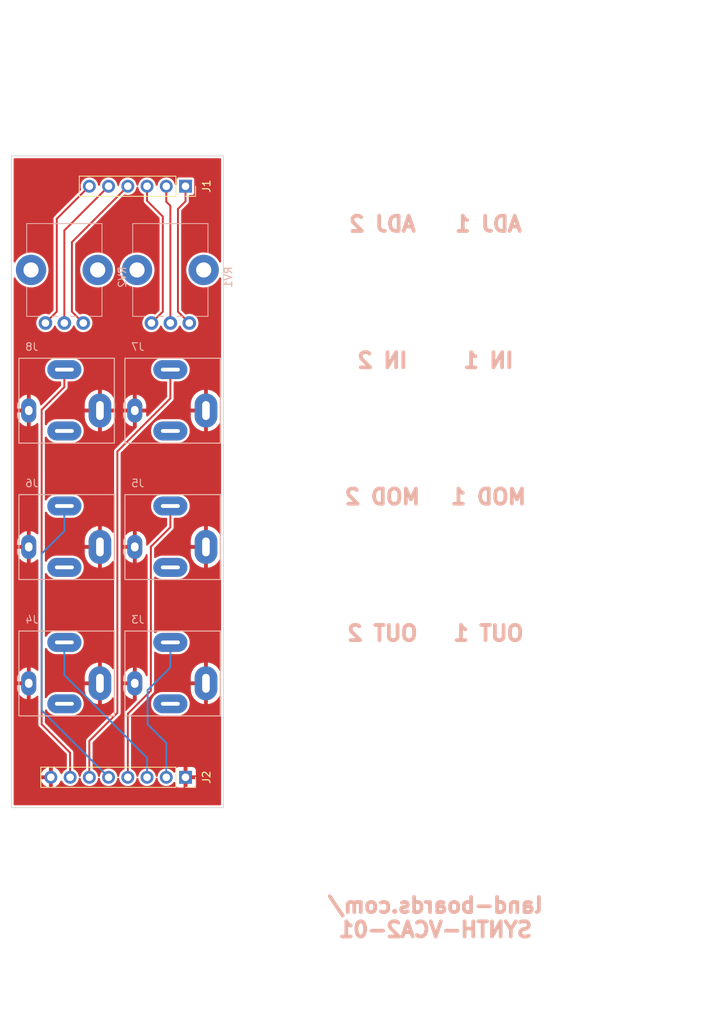
<source format=kicad_pcb>
(kicad_pcb (version 20211014) (generator pcbnew)
  (title_block (date "2022-10-17") (rev "1"))
  (layers (0 "F.Cu" signal) (31 "B.Cu" signal) (34 "B.Paste" user) (35 "F.Paste" user) (36 "B.SilkS" user "B.Silkscreen") (37 "F.SilkS" user "F.Silkscreen") (38 "B.Mask" user) (39 "F.Mask" user) (44 "Edge.Cuts" user))
  (net 0 "")
  (net 1 "/POT1_CW")
  (net 2 "/POT1_W")
  (net 3 "/POT1_CCW")
  (net 4 "/POT2_CW")
  (net 5 "/POT2_W")
  (net 6 "/POT2_CCW")
  (net 7 "GND")
  (net 8 "/OUT1")
  (net 9 "/OUT2")
  (net 10 "/MOD1")
  (net 11 "/MOD2")
  (net 12 "/IN1")
  (net 13 "/IN2")
  (footprint "" (layer "F.Cu") (at 99 139)
    (fp_text reference "" (at 0 0) (layer "F.SilkS") (effects (font (size 1.27 1.27))))
    (fp_text value "" (at 0 0) (layer "F.SilkS") (effects (font (size 1.27 1.27))))
    (pad "" np_thru_hole oval (at 0 0) (size 12 3.2) (drill oval 12 3.2) (layers F&B.Cu *.Mask))
    (pad "" np_thru_hole oval (at 0 0) (size 12 3.2) (drill oval 12 3.2) (layers F&B.Cu *.Mask))
    (pad "" np_thru_hole oval (at 0 0) (size 12 3.2) (drill oval 12 3.2) (layers F&B.Cu *.Mask))
  )
  (footprint "Connector_PinSocket_2.54mm:PinSocket_1x08_P2.54mm_Vertical" (layer "F.Cu") (at 59 109.5 -90)
    (fp_text reference "J2" (at 0 -2.77 90) (layer "F.SilkS"))
    (fp_text value "Conn_01x08")
    (fp_line (start 1.33 -1.33) (end 1.33 0) (layer "F.SilkS") (width 0.12))
    (fp_line (start -1.33 19.11) (end 1.33 19.11) (layer "F.SilkS") (width 0.12))
    (fp_line (start -1.33 1.27) (end -1.33 19.11) (layer "F.SilkS") (width 0.12))
    (fp_line (start 0 -1.33) (end 1.33 -1.33) (layer "F.SilkS") (width 0.12))
    (fp_line (start -1.33 1.27) (end 1.33 1.27) (layer "F.SilkS") (width 0.12))
    (fp_line (start 1.33 1.27) (end 1.33 19.11) (layer "F.SilkS") (width 0.12))
    (pad "1" thru_hole rect (at 0 0 270) (size 1.7 1.7) (drill 1) (layers *.Cu *.Mask) (net 7 "GND"))
    (pad "2" thru_hole oval (at 0 2.54 270) (size 1.7 1.7) (drill 1) (layers *.Cu *.Mask) (net 8 "/OUT1"))
    (pad "3" thru_hole oval (at 0 5.08 270) (size 1.7 1.7) (drill 1) (layers *.Cu *.Mask) (net 9 "/OUT2"))
    (pad "4" thru_hole oval (at 0 7.62 270) (size 1.7 1.7) (drill 1) (layers *.Cu *.Mask) (net 10 "/MOD1"))
    (pad "5" thru_hole oval (at 0 10.16 270) (size 1.7 1.7) (drill 1) (layers *.Cu *.Mask) (net 11 "/MOD2"))
    (pad "6" thru_hole oval (at 0 12.7 270) (size 1.7 1.7) (drill 1) (layers *.Cu *.Mask) (net 12 "/IN1"))
    (pad "7" thru_hole oval (at 0 15.24 270) (size 1.7 1.7) (drill 1) (layers *.Cu *.Mask) (net 13 "/IN2"))
    (pad "8" thru_hole oval (at 0 17.78 270) (size 1.7 1.7) (drill 1) (layers *.Cu *.Mask) (net 7 "GND"))
  )
  (footprint "" (layer "F.Cu") (at 99 16.5)
    (fp_text reference "" (at 0 0) (layer "F.SilkS") (effects (font (size 1.27 1.27))))
    (fp_text value "" (at 0 0) (layer "F.SilkS") (effects (font (size 1.27 1.27))))
    (pad "" np_thru_hole oval (at 0 0) (size 12 3.2) (drill oval 12 3.2) (layers F&B.Cu *.Mask))
    (pad "" np_thru_hole oval (at 0 0) (size 12 3.2) (drill oval 12 3.2) (layers F&B.Cu *.Mask))
    (pad "" np_thru_hole oval (at 0 0) (size 12 3.2) (drill oval 12 3.2) (layers F&B.Cu *.Mask))
  )
  (footprint "Connector_PinSocket_2.54mm:PinSocket_1x06_P2.54mm_Vertical" (layer "F.Cu") (at 59 31.5 -90)
    (fp_text reference "J1" (at 0 -2.77 90) (layer "F.SilkS"))
    (fp_text value "Conn_01x06")
    (fp_line (start 0 -1.33) (end 1.33 -1.33) (layer "F.SilkS") (width 0.12))
    (fp_line (start 1.33 -1.33) (end 1.33 0) (layer "F.SilkS") (width 0.12))
    (fp_line (start 1.33 1.27) (end 1.33 14.03) (layer "F.SilkS") (width 0.12))
    (fp_line (start -1.33 1.27) (end 1.33 1.27) (layer "F.SilkS") (width 0.12))
    (fp_line (start -1.33 14.03) (end 1.33 14.03) (layer "F.SilkS") (width 0.12))
    (fp_line (start -1.33 1.27) (end -1.33 14.03) (layer "F.SilkS") (width 0.12))
    (pad "1" thru_hole rect (at 0 0 270) (size 1.7 1.7) (drill 1) (layers *.Cu *.Mask) (net 1 "/POT1_CW"))
    (pad "2" thru_hole oval (at 0 2.54 270) (size 1.7 1.7) (drill 1) (layers *.Cu *.Mask) (net 2 "/POT1_W"))
    (pad "3" thru_hole oval (at 0 5.08 270) (size 1.7 1.7) (drill 1) (layers *.Cu *.Mask) (net 3 "/POT1_CCW"))
    (pad "4" thru_hole oval (at 0 7.62 270) (size 1.7 1.7) (drill 1) (layers *.Cu *.Mask) (net 4 "/POT2_CW"))
    (pad "5" thru_hole oval (at 0 10.16 270) (size 1.7 1.7) (drill 1) (layers *.Cu *.Mask) (net 5 "/POT2_W"))
    (pad "6" thru_hole oval (at 0 12.7 270) (size 1.7 1.7) (drill 1) (layers *.Cu *.Mask) (net 6 "/POT2_CCW"))
  )
  (footprint "LandBoards_Conns:Jack_3.5mm_PJ-301BM" (layer "B.Cu") (at 56.999994 96.500007 180)
    (fp_text reference "J3" (at 4.3 7.8) (layer "B.SilkS") (effects (justify mirror)))
    (fp_text value "AudioJack3")
    (fp_rect (start -6.6 6.3) (end 6 -4.9) (layer "B.SilkS") (width 0.15) (fill none))
    (pad "S" thru_hole oval (at 4.7 -0.6 90) (size 3.2 2) (drill oval 1.2 1) (layers *.Cu *.Mask) (net 7 "GND"))
    (pad "S" thru_hole oval (at -4.7 -0.6 90) (size 4.5 3) (drill oval 2.5 1) (layers *.Cu *.Mask) (net 7 "GND"))
    (pad "T" thru_hole oval (at 0 4.8) (size 4.5 2.5) (drill oval 2.5 0.5) (layers *.Cu *.Mask) (net 8 "/OUT1"))
    (pad "TN" thru_hole oval (at 0 -3.3) (size 4.5 2.5) (drill oval 2.5 0.5) (layers *.Cu *.Mask))
  )
  (footprint "LandBoards_Conns:Jack_3.5mm_PJ-301BM" (layer "B.Cu") (at 42.999997 60.500003 180)
    (fp_text reference "J8" (at 4.3 7.8) (layer "B.SilkS") (effects (justify mirror)))
    (fp_text value "AudioJack3")
    (fp_rect (start -6.6 6.3) (end 6 -4.9) (layer "B.SilkS") (width 0.15) (fill none))
    (pad "S" thru_hole oval (at -4.7 -0.6 90) (size 4.5 3) (drill oval 2.5 1) (layers *.Cu *.Mask) (net 7 "GND"))
    (pad "S" thru_hole oval (at 4.7 -0.6 90) (size 3.2 2) (drill oval 1.2 1) (layers *.Cu *.Mask) (net 7 "GND"))
    (pad "T" thru_hole oval (at 0 4.8) (size 4.5 2.5) (drill oval 2.5 0.5) (layers *.Cu *.Mask) (net 13 "/IN2"))
    (pad "TN" thru_hole oval (at 0 -3.3) (size 4.5 2.5) (drill oval 2.5 0.5) (layers *.Cu *.Mask))
  )
  (footprint "LandBoards_Conns:Jack_3.5mm_PJ-301BM" (layer "B.Cu") (at 56.999994 60.500003 180)
    (fp_text reference "J7" (at 4.3 7.8) (layer "B.SilkS") (effects (justify mirror)))
    (fp_text value "AudioJack3")
    (fp_rect (start -6.6 6.3) (end 6 -4.9) (layer "B.SilkS") (width 0.15) (fill none))
    (pad "S" thru_hole oval (at 4.7 -0.6 90) (size 3.2 2) (drill oval 1.2 1) (layers *.Cu *.Mask) (net 7 "GND"))
    (pad "S" thru_hole oval (at -4.7 -0.6 90) (size 4.5 3) (drill oval 2.5 1) (layers *.Cu *.Mask) (net 7 "GND"))
    (pad "T" thru_hole oval (at 0 4.8) (size 4.5 2.5) (drill oval 2.5 0.5) (layers *.Cu *.Mask) (net 12 "/IN1"))
    (pad "TN" thru_hole oval (at 0 -3.3) (size 4.5 2.5) (drill oval 2.5 0.5) (layers *.Cu *.Mask))
  )
  (footprint "LandBoards_Conns:Jack_3.5mm_PJ-301BM" (layer "B.Cu") (at 42.999997 78.499992 180)
    (fp_text reference "J6" (at 4.3 7.8) (layer "B.SilkS") (effects (justify mirror)))
    (fp_text value "AudioJack3")
    (fp_rect (start -6.6 6.3) (end 6 -4.9) (layer "B.SilkS") (width 0.15) (fill none))
    (pad "S" thru_hole oval (at -4.7 -0.6 90) (size 4.5 3) (drill oval 2.5 1) (layers *.Cu *.Mask) (net 7 "GND"))
    (pad "S" thru_hole oval (at 4.7 -0.6 90) (size 3.2 2) (drill oval 1.2 1) (layers *.Cu *.Mask) (net 7 "GND"))
    (pad "T" thru_hole oval (at 0 4.8) (size 4.5 2.5) (drill oval 2.5 0.5) (layers *.Cu *.Mask) (net 11 "/MOD2"))
    (pad "TN" thru_hole oval (at 0 -3.3) (size 4.5 2.5) (drill oval 2.5 0.5) (layers *.Cu *.Mask))
  )
  (footprint "LandBoards_Conns:Jack_3.5mm_PJ-301BM" (layer "B.Cu") (at 56.999994 78.499992 180)
    (fp_text reference "J5" (at 4.3 7.8) (layer "B.SilkS") (effects (justify mirror)))
    (fp_text value "AudioJack3")
    (fp_rect (start -6.6 6.3) (end 6 -4.9) (layer "B.SilkS") (width 0.15) (fill none))
    (pad "S" thru_hole oval (at -4.7 -0.6 90) (size 4.5 3) (drill oval 2.5 1) (layers *.Cu *.Mask) (net 7 "GND"))
    (pad "S" thru_hole oval (at 4.7 -0.6 90) (size 3.2 2) (drill oval 1.2 1) (layers *.Cu *.Mask) (net 7 "GND"))
    (pad "T" thru_hole oval (at 0 4.8) (size 4.5 2.5) (drill oval 2.5 0.5) (layers *.Cu *.Mask) (net 10 "/MOD1"))
    (pad "TN" thru_hole oval (at 0 -3.3) (size 4.5 2.5) (drill oval 2.5 0.5) (layers *.Cu *.Mask))
  )
  (footprint "LandBoards_Conns:Jack_3.5mm_PJ-301BM" (layer "B.Cu") (at 42.999997 96.500007 180)
    (fp_text reference "J4" (at 4.3 7.8) (layer "B.SilkS") (effects (justify mirror)))
    (fp_text value "AudioJack3")
    (fp_rect (start -6.6 6.3) (end 6 -4.9) (layer "B.SilkS") (width 0.15) (fill none))
    (pad "S" thru_hole oval (at -4.7 -0.6 90) (size 4.5 3) (drill oval 2.5 1) (layers *.Cu *.Mask) (net 7 "GND"))
    (pad "S" thru_hole oval (at 4.7 -0.6 90) (size 3.2 2) (drill oval 1.2 1) (layers *.Cu *.Mask) (net 7 "GND"))
    (pad "T" thru_hole oval (at 0 4.8) (size 4.5 2.5) (drill oval 2.5 0.5) (layers *.Cu *.Mask) (net 9 "/OUT2"))
    (pad "TN" thru_hole oval (at 0 -3.3) (size 4.5 2.5) (drill oval 2.5 0.5) (layers *.Cu *.Mask))
  )
  (footprint "Potentiometer_THT:Potentiometer_Bourns_PTV09A-1_Single_Vertical" (layer "B.Cu") (at 40.499999 49.550012 90)
    (fp_text reference "RV2" (at 6.05 10.15 90) (layer "B.SilkS") (effects (justify mirror)))
    (fp_text value "POT")
    (fp_line (start 0.88 -0.87) (end 0.88 -2.47) (layer "B.SilkS") (width 0.12))
    (fp_line (start 13.12 7.47) (end 13.12 -2.47) (layer "B.SilkS") (width 0.12))
    (fp_line (start 0.88 7.47) (end 4.745 7.47) (layer "B.SilkS") (width 0.12))
    (fp_line (start 0.88 4.129) (end 0.88 3.37) (layer "B.SilkS") (width 0.12))
    (fp_line (start 0.88 1.629) (end 0.88 0.87) (layer "B.SilkS") (width 0.12))
    (fp_line (start 0.88 7.47) (end 0.88 5.871) (layer "B.SilkS") (width 0.12))
    (fp_line (start 9.255 -2.47) (end 13.12 -2.47) (layer "B.SilkS") (width 0.12))
    (fp_line (start 9.255 7.47) (end 13.12 7.47) (layer "B.SilkS") (width 0.12))
    (fp_line (start 0.88 -2.47) (end 4.745 -2.47) (layer "B.SilkS") (width 0.12))
    (pad "" np_thru_hole circle (at 7 6.9 90) (size 4 4) (drill 2) (layers *.Cu *.Mask))
    (pad "" np_thru_hole circle (at 7 -1.9 90) (size 4 4) (drill 2) (layers *.Cu *.Mask))
    (pad "1" thru_hole circle (at 0 0 90) (size 1.8 1.8) (drill 1) (layers *.Cu *.Mask) (net 6 "/POT2_CCW"))
    (pad "2" thru_hole circle (at 0 2.5 90) (size 1.8 1.8) (drill 1) (layers *.Cu *.Mask) (net 5 "/POT2_W"))
    (pad "3" thru_hole circle (at 0 5 90) (size 1.8 1.8) (drill 1) (layers *.Cu *.Mask) (net 4 "/POT2_CW"))
  )
  (footprint "Potentiometer_THT:Potentiometer_Bourns_PTV09A-1_Single_Vertical" (layer "B.Cu") (at 54.499999 49.550012 90)
    (fp_text reference "RV1" (at 6.05 10.15 90) (layer "B.SilkS") (effects (justify mirror)))
    (fp_text value "POT")
    (fp_line (start 0.88 7.47) (end 4.745 7.47) (layer "B.SilkS") (width 0.12))
    (fp_line (start 0.88 -2.47) (end 4.745 -2.47) (layer "B.SilkS") (width 0.12))
    (fp_line (start 0.88 7.47) (end 0.88 5.871) (layer "B.SilkS") (width 0.12))
    (fp_line (start 0.88 1.629) (end 0.88 0.87) (layer "B.SilkS") (width 0.12))
    (fp_line (start 9.255 -2.47) (end 13.12 -2.47) (layer "B.SilkS") (width 0.12))
    (fp_line (start 13.12 7.47) (end 13.12 -2.47) (layer "B.SilkS") (width 0.12))
    (fp_line (start 0.88 4.129) (end 0.88 3.37) (layer "B.SilkS") (width 0.12))
    (fp_line (start 9.255 7.47) (end 13.12 7.47) (layer "B.SilkS") (width 0.12))
    (fp_line (start 0.88 -0.87) (end 0.88 -2.47) (layer "B.SilkS") (width 0.12))
    (pad "" np_thru_hole circle (at 7 6.9 90) (size 4 4) (drill 2) (layers *.Cu *.Mask))
    (pad "" np_thru_hole circle (at 7 -1.9 90) (size 4 4) (drill 2) (layers *.Cu *.Mask))
    (pad "1" thru_hole circle (at 0 0 90) (size 1.8 1.8) (drill 1) (layers *.Cu *.Mask) (net 3 "/POT1_CCW"))
    (pad "2" thru_hole circle (at 0 2.5 90) (size 1.8 1.8) (drill 1) (layers *.Cu *.Mask) (net 2 "/POT1_W"))
    (pad "3" thru_hole circle (at 0 5 90) (size 1.8 1.8) (drill 1) (layers *.Cu *.Mask) (net 1 "/POT1_CW"))
  )
  (gr_rect (start 36 27.5) (end 64 113.5) (layer "Edge.Cuts") (width 0.1) (fill none))
  (gr_text "ADJ 2" (at 85 36.5) (layer "B.SilkS") (effects (font (size 2 2) (thickness 0.5)) (justify mirror)))
  (gr_text "OUT 2" (at 85 90.5) (layer "B.SilkS") (effects (font (size 2 2) (thickness 0.5)) (justify mirror)))
  (gr_text "land-boards.com/\nSYNTH-VCA2-01" (at 92 128) (layer "B.SilkS") (effects (font (size 2 2) (thickness 0.5)) (justify mirror)))
  (gr_text "OUT 1" (at 99 90.5) (layer "B.SilkS") (effects (font (size 2 2) (thickness 0.5)) (justify mirror)))
  (gr_text "MOD 1" (at 99 72.5) (layer "B.SilkS") (effects (font (size 2 2) (thickness 0.5)) (justify mirror)))
  (gr_text "IN 2" (at 85 54.5) (layer "B.SilkS") (effects (font (size 2 2) (thickness 0.5)) (justify mirror)))
  (gr_text "ADJ 1" (at 99 36.5) (layer "B.SilkS") (effects (font (size 2 2) (thickness 0.5)) (justify mirror)))
  (gr_text "MOD 2" (at 85 72.5) (layer "B.SilkS") (effects (font (size 2 2) (thickness 0.5)) (justify mirror)))
  (gr_text "IN 1" (at 99 54.5) (layer "B.SilkS") (effects (font (size 2 2) (thickness 0.5)) (justify mirror)))
  (segment (start 58 48.05) (end 58 34.5) (width 0.25) (layer "F.Cu") (net 1))
  (segment (start 59 33.5) (end 59 31.5) (width 0.25) (layer "F.Cu") (net 1))
  (segment (start 59.5 49.55) (end 58 48.05) (width 0.25) (layer "F.Cu") (net 1))
  (segment (start 58 34.5) (end 59 33.5) (width 0.25) (layer "F.Cu") (net 1))
  (segment (start 57 49.55) (end 57 34.08) (width 0.25) (layer "F.Cu") (net 2))
  (segment (start 56.46 33.54) (end 56.46 31.5) (width 0.25) (layer "F.Cu") (net 2))
  (segment (start 57 34.08) (end 56.46 33.54) (width 0.25) (layer "F.Cu") (net 2))
  (segment (start 56 35.5) (end 53.92 33.42) (width 0.25) (layer "F.Cu") (net 3))
  (segment (start 54.5 49.55) (end 56 48.05) (width 0.25) (layer "F.Cu") (net 3))
  (segment (start 53.92 33.42) (end 53.92 31.5) (width 0.25) (layer "F.Cu") (net 3))
  (segment (start 56 48.05) (end 56 35.5) (width 0.25) (layer "F.Cu") (net 3))
  (segment (start 44 48.05) (end 44 38.88) (width 0.25) (layer "F.Cu") (net 4))
  (segment (start 44 38.88) (end 51.38 31.5) (width 0.25) (layer "F.Cu") (net 4))
  (segment (start 45.5 49.55) (end 44 48.05) (width 0.25) (layer "F.Cu") (net 4))
  (segment (start 43 37.34) (end 48.84 31.5) (width 0.25) (layer "F.Cu") (net 5))
  (segment (start 43 49.55) (end 43 37.34) (width 0.25) (layer "F.Cu") (net 5))
  (segment (start 42 35.8) (end 46.3 31.5) (width 0.25) (layer "F.Cu") (net 6))
  (segment (start 40.5 49.55) (end 42 48.05) (width 0.25) (layer "F.Cu") (net 6))
  (segment (start 42 48.05) (end 42 35.8) (width 0.25) (layer "F.Cu") (net 6))
  (segment (start 57 95) (end 57 91.7) (width 0.25) (layer "B.Cu") (net 8))
  (segment (start 54 102.5) (end 54 98) (width 0.25) (layer "B.Cu") (net 8))
  (segment (start 54 98) (end 57 95) (width 0.25) (layer "B.Cu") (net 8))
  (segment (start 56.46 104.96) (end 54 102.5) (width 0.25) (layer "B.Cu") (net 8))
  (segment (start 56.46 109.5) (end 56.46 104.96) (width 0.25) (layer "B.Cu") (net 8))
  (segment (start 43 96) (end 43 91.7) (width 0.25) (layer "B.Cu") (net 9))
  (segment (start 53.92 106.92) (end 43 96) (width 0.25) (layer "B.Cu") (net 9))
  (segment (start 53.92 109.5) (end 53.92 106.92) (width 0.25) (layer "B.Cu") (net 9))
  (segment (start 54.42548 79.07452) (end 57 76.5) (width 0.25) (layer "F.Cu") (net 10))
  (segment (start 54.42548 98.07452) (end 54.42548 79.07452) (width 0.25) (layer "F.Cu") (net 10))
  (segment (start 51.38 101.12) (end 54.42548 98.07452) (width 0.25) (layer "F.Cu") (net 10))
  (segment (start 57 76.5) (end 57 73.7) (width 0.25) (layer "F.Cu") (net 10))
  (segment (start 51.38 109.5) (end 51.38 101.12) (width 0.25) (layer "F.Cu") (net 10))
  (segment (start 40 80) (end 43 77) (width 0.25) (layer "B.Cu") (net 11))
  (segment (start 48.84 109.5) (end 40 100.66) (width 0.25) (layer "B.Cu") (net 11))
  (segment (start 40 100.66) (end 40 80) (width 0.25) (layer "B.Cu") (net 11))
  (segment (start 43 77) (end 43 73.7) (width 0.25) (layer "B.Cu") (net 11))
  (segment (start 57 59.5) (end 57 55.7) (width 0.25) (layer "F.Cu") (net 12))
  (segment (start 50 66.5) (end 57 59.5) (width 0.25) (layer "F.Cu") (net 12))
  (segment (start 46.3 109.5) (end 46.3 104.7) (width 0.25) (layer "F.Cu") (net 12))
  (segment (start 46.3 104.7) (end 50 101) (width 0.25) (layer "F.Cu") (net 12))
  (segment (start 50 101) (end 50 66.5) (width 0.25) (layer "F.Cu") (net 12))
  (segment (start 43.76 106.26) (end 43.76 109.5) (width 0.25) (layer "F.Cu") (net 13))
  (segment (start 40 102.5) (end 43.76 106.26) (width 0.25) (layer "F.Cu") (net 13))
  (segment (start 40 61) (end 40 102.5) (width 0.25) (layer "F.Cu") (net 13))
  (segment (start 43 58) (end 40 61) (width 0.25) (layer "F.Cu") (net 13))
  (segment (start 43 55.7) (end 43 58) (width 0.25) (layer "F.Cu") (net 13))
  (zone (net 7) (net_name "GND") (layer "F.Cu") (connect_pads (clearance 0.3048)) (min_thickness 0.254) (fill yes (thermal_gap 0.508) (thermal_bridge_width 0.508))
    (polygon (pts (xy 64 113.5) (xy 36 113.5) (xy 36 27.5) (xy 64 27.5)))
  )
)
</source>
